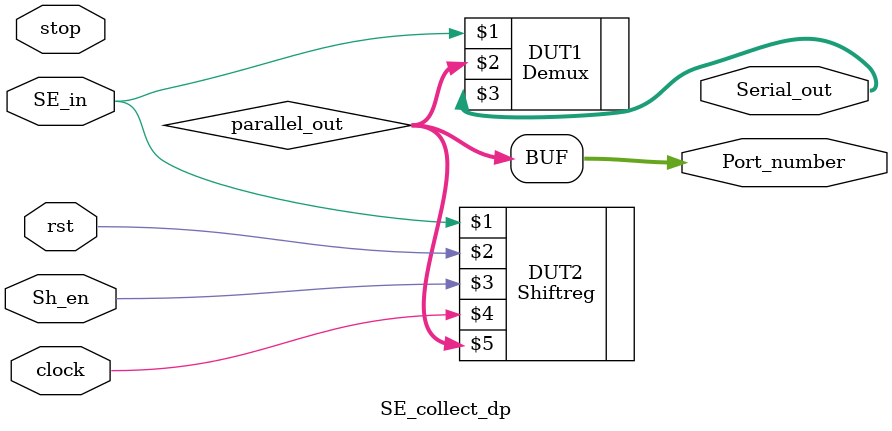
<source format=v>
module SE_collect_dp (input Sh_en, rst, clock, SE_in, stop, output [3:0] Serial_out, output [1:0] Port_number );

  wire [1:0]  parallel_out;
  assign      Port_number= parallel_out;
  Demux 	DUT1 (SE_in, parallel_out, Serial_out);
  Shiftreg  DUT2 (SE_in, rst, Sh_en, clock,  parallel_out);

endmodule




</source>
